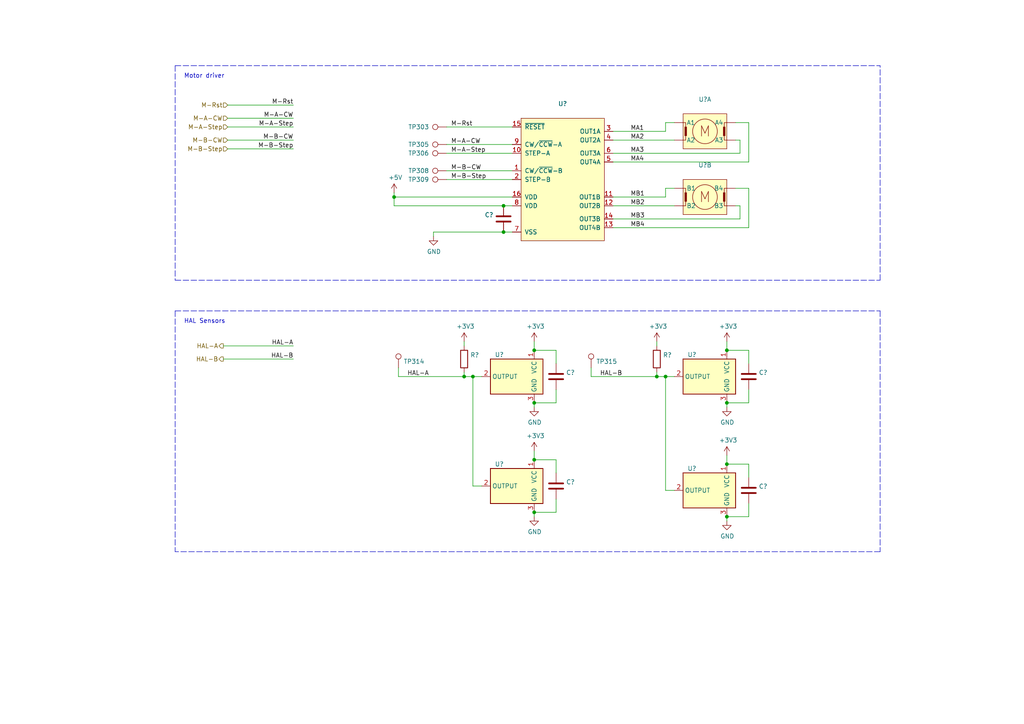
<source format=kicad_sch>
(kicad_sch (version 20211123) (generator eeschema)
  (paper "A4")
  (title_block (title "24 Clocks") (date "GITDATE") (rev "GITHASH") (company "Martin van Leussen"))
  (lib_symbols
    (symbol "24-clocks-rescue:VID28-05-24-clocks" (pin_numbers hide) (pin_names (offset 1.016))
      (property "Reference" "U" (at 0 6.35 0))
      (property "Value" "VID28-05-24-clocks" (at 0 -6.35 0))
      (symbol "VID28-05-24-clocks_0_0"
        (rectangle (start -6.35 5.08) (end 6.35 -5.08) (fill (type background)))
        (rectangle (start -5.842 1.27) (end -5.334 -1.27) (fill (type outline)))
        (polyline (pts (xy -6.35 2.54) (xy -5.588 2.54) (xy -5.588 1.27)))
        (polyline (pts (xy -5.588 -1.27) (xy -5.588 -2.54) (xy -6.35 -2.54)))
        (circle (center 0 0) (radius 3.5814))
        (text "M" (at 0 0 0) (effects (font (size 2.9972 2.9972))))
      )
      (symbol "VID28-05-24-clocks_1_1"
        (polyline (pts (xy 5.588 -1.27) (xy 5.588 -2.54) (xy 6.35 -2.54)))
        (polyline (pts (xy 6.35 2.54) (xy 5.588 2.54) (xy 5.588 1.27)))
        (rectangle (start 5.842 1.27) (end 5.334 -1.27) (fill (type outline)))
        (pin input line (at -8.89 2.54 0) (length 2.54) (name "A1") (number "1"))
        (pin input line (at -8.89 -2.54 0) (length 2.54) (name "A2") (number "2"))
        (pin input line (at 8.89 -2.54 180) (length 2.54) (name "A3") (number "3"))
        (pin input line (at 8.89 2.54 180) (length 2.54) (name "A4") (number "4"))
      )
      (symbol "VID28-05-24-clocks_2_1"
        (polyline (pts (xy 5.588 -1.27) (xy 5.588 -2.54) (xy 6.35 -2.54)))
        (polyline (pts (xy 6.35 2.54) (xy 5.588 2.54) (xy 5.588 1.27)))
        (rectangle (start 5.842 1.27) (end 5.334 -1.27) (fill (type outline)))
        (pin input line (at -8.89 2.54 0) (length 2.54) (name "B1") (number "5"))
        (pin input line (at -8.89 -2.54 0) (length 2.54) (name "B2") (number "6"))
        (pin input line (at 8.89 -2.54 180) (length 2.54) (name "B3") (number "7"))
        (pin input line (at 8.89 2.54 180) (length 2.54) (name "B4") (number "8"))
      )
    )
    (symbol "24-clocks-rescue:VID66-08-24-clocks" (pin_names (offset 1.016))
      (property "Reference" "U" (at -11.43 19.05 0))
      (property "Value" "VID66-08-24-clocks" (at -7.62 -19.05 0))
      (symbol "VID66-08-24-clocks_0_0"
        (pin input line (at -15.24 2.54 0) (length 2.54) (name "CW/~{CCW}-B") (number "1"))
        (pin input line (at -15.24 7.62 0) (length 2.54) (name "STEP-A") (number "10"))
        (pin output line (at 13.97 -5.08 180) (length 2.54) (name "OUT1B") (number "11"))
        (pin output line (at 13.97 -7.62 180) (length 2.54) (name "OUT2B") (number "12"))
        (pin output line (at 13.97 -13.97 180) (length 2.54) (name "OUT4B") (number "13"))
        (pin output line (at 13.97 -11.43 180) (length 2.54) (name "OUT3B") (number "14"))
        (pin input line (at -15.24 15.24 0) (length 2.54) (name "~{RESET}") (number "15"))
        (pin power_in line (at -15.24 -5.08 0) (length 2.54) (name "VDD") (number "16"))
        (pin input line (at -15.24 0 0) (length 2.54) (name "STEP-B") (number "2"))
        (pin output line (at 13.97 13.97 180) (length 2.54) (name "OUT1A") (number "3"))
        (pin output line (at 13.97 11.43 180) (length 2.54) (name "OUT2A") (number "4"))
        (pin output line (at 13.97 5.08 180) (length 2.54) (name "OUT4A") (number "5"))
        (pin output line (at 13.97 7.62 180) (length 2.54) (name "OUT3A") (number "6"))
        (pin power_out line (at -15.24 -15.24 0) (length 2.54) (name "VSS") (number "7"))
        (pin power_in line (at -15.24 -7.62 0) (length 2.54) (name "VDD") (number "8"))
        (pin input line (at -15.24 10.16 0) (length 2.54) (name "CW/~{CCW}-A") (number "9"))
      )
      (symbol "VID66-08-24-clocks_0_1"
        (rectangle (start -12.7 17.78) (end 11.43 -17.78) (fill (type background)))
      )
    )
    (symbol "Connector:TestPoint" (pin_numbers hide) (pin_names (offset 0.762) hide)
      (property "Reference" "TP" (at 0 6.858 0))
      (property "Value" "TestPoint" (at 0 5.08 0))
      (symbol "TestPoint_0_1"
        (circle (center 0 3.302) (radius 0.762))
      )
      (symbol "TestPoint_1_1"
        (pin passive line (at 0 0 90) (length 2.54) (name "1") (number "1"))
      )
    )
    (symbol "Device:C" (pin_numbers hide) (pin_names (offset 0.254))
      (property "Reference" "C" (at 0.635 2.54 0))
      (property "Value" "C" (at 0.635 -2.54 0))
      (symbol "C_0_1"
        (polyline (pts (xy -2.032 -0.762) (xy 2.032 -0.762)) (stroke (width 0.508)))
        (polyline (pts (xy -2.032 0.762) (xy 2.032 0.762)) (stroke (width 0.508)))
      )
      (symbol "C_1_1"
        (pin passive line (at 0 3.81 270) (length 2.794) (name "~") (number "1"))
        (pin passive line (at 0 -3.81 90) (length 2.794) (name "~") (number "2"))
      )
    )
    (symbol "Device:R" (pin_numbers hide) (pin_names (offset 0))
      (property "Reference" "R" (at 2.032 0 90))
      (property "Value" "R" (at 0 0 90))
      (symbol "R_0_1"
        (rectangle (start -1.016 -2.54) (end 1.016 2.54) (stroke (width 0.254)))
      )
      (symbol "R_1_1"
        (pin passive line (at 0 3.81 270) (length 1.27) (name "~") (number "1"))
        (pin passive line (at 0 -3.81 90) (length 1.27) (name "~") (number "2"))
      )
    )
    (symbol "Sensor_Magnetic:SM351LT"
      (property "Reference" "U" (at 5.08 8.89 0))
      (property "Value" "SM351LT" (at 2.54 6.35 0))
      (symbol "SM351LT_0_1"
        (rectangle (start 7.62 5.08) (end -7.62 -5.08) (stroke (width 0.254)) (fill (type background)))
      )
      (symbol "SM351LT_1_1"
        (pin power_in line (at -5.08 7.62 270) (length 2.54) (name "VCC") (number "1"))
        (pin output line (at 10.16 0 180) (length 2.54) (name "OUTPUT") (number "2"))
        (pin power_in line (at -5.08 -7.62 90) (length 2.54) (name "GND") (number "3"))
      )
    )
    (symbol "power:+3V3" (power) (pin_names (offset 0))
      (property "Value" "+3V3" (at 0 3.556 0))
      (symbol "+3V3_0_1"
        (polyline (pts (xy -0.762 1.27) (xy 0 2.54)))
        (polyline (pts (xy 0 0) (xy 0 2.54)))
        (polyline (pts (xy 0 2.54) (xy 0.762 1.27)))
      )
      (symbol "+3V3_1_1"
        (pin power_in line (at 0 0 90) (length 0) hide (name "+3V3") (number "1"))
      )
    )
    (symbol "power:+5V" (power) (pin_names (offset 0))
      (property "Value" "+5V" (at 0 3.556 0))
      (symbol "+5V_0_1"
        (polyline (pts (xy -0.762 1.27) (xy 0 2.54)))
        (polyline (pts (xy 0 0) (xy 0 2.54)))
        (polyline (pts (xy 0 2.54) (xy 0.762 1.27)))
      )
      (symbol "+5V_1_1"
        (pin power_in line (at 0 0 90) (length 0) hide (name "+5V") (number "1"))
      )
    )
    (symbol "power:GND" (power) (pin_names (offset 0))
      (property "Value" "GND" (at 0 -3.81 0))
      (symbol "GND_0_1"
        (polyline (pts (xy 0 0) (xy 0 -1.27) (xy 1.27 -1.27) (xy 0 -2.54) (xy -1.27 -1.27) (xy 0 -1.27)))
      )
      (symbol "GND_1_1"
        (pin power_in line (at 0 0 270) (length 0) hide (name "GND") (number "1"))
      )
    )
  )
  (junction (at 210.82 134.62))
  (junction (at 154.94 116.84))
  (junction (at 190.5 109.22))
  (junction (at 146.05 59.69))
  (junction (at 193.04 109.22))
  (junction (at 154.94 133.35))
  (junction (at 134.62 109.22))
  (junction (at 114.3 57.15))
  (junction (at 137.16 109.22))
  (junction (at 210.82 101.6))
  (junction (at 154.94 101.6))
  (junction (at 146.05 67.31))
  (junction (at 210.82 116.84))
  (junction (at 210.82 149.86))
  (junction (at 154.94 148.59))
  (polyline (pts (xy 50.8 19.05) (xy 255.27 19.05)))
  (wire (pts (xy 125.73 67.31) (xy 146.05 67.31)))
  (wire (pts (xy 190.5 99.06) (xy 190.5 100.33)))
  (wire (pts (xy 214.63 40.64) (xy 213.36 40.64)))
  (wire (pts (xy 193.04 57.15) (xy 193.04 54.61)))
  (wire (pts (xy 193.04 38.1) (xy 193.04 35.56)))
  (wire (pts (xy 217.17 149.86) (xy 210.82 149.86)))
  (polyline (pts (xy 255.27 81.28) (xy 255.27 19.05)))
  (wire (pts (xy 161.29 144.78) (xy 161.29 148.59)))
  (wire (pts (xy 161.29 133.35) (xy 154.94 133.35)))
  (wire (pts (xy 217.17 35.56) (xy 213.36 35.56)))
  (wire (pts (xy 193.04 142.24) (xy 193.04 109.22)))
  (wire (pts (xy 217.17 113.03) (xy 217.17 116.84)))
  (wire (pts (xy 217.17 101.6) (xy 210.82 101.6)))
  (wire (pts (xy 114.3 55.88) (xy 114.3 57.15)))
  (polyline (pts (xy 50.8 19.05) (xy 50.8 81.28)))
  (wire (pts (xy 139.7 109.22) (xy 137.16 109.22)))
  (wire (pts (xy 210.82 99.06) (xy 210.82 101.6)))
  (wire (pts (xy 154.94 118.11) (xy 154.94 116.84)))
  (wire (pts (xy 139.7 140.97) (xy 137.16 140.97)))
  (wire (pts (xy 177.8 63.5) (xy 214.63 63.5)))
  (wire (pts (xy 154.94 130.81) (xy 154.94 133.35)))
  (wire (pts (xy 64.77 100.33) (xy 85.09 100.33)))
  (wire (pts (xy 114.3 59.69) (xy 114.3 57.15)))
  (wire (pts (xy 154.94 149.86) (xy 154.94 148.59)))
  (wire (pts (xy 161.29 116.84) (xy 154.94 116.84)))
  (wire (pts (xy 217.17 146.05) (xy 217.17 149.86)))
  (wire (pts (xy 195.58 109.22) (xy 193.04 109.22)))
  (wire (pts (xy 129.54 36.83) (xy 148.59 36.83)))
  (wire (pts (xy 137.16 140.97) (xy 137.16 109.22)))
  (wire (pts (xy 115.57 109.22) (xy 134.62 109.22)))
  (wire (pts (xy 161.29 148.59) (xy 154.94 148.59)))
  (wire (pts (xy 129.54 52.07) (xy 148.59 52.07)))
  (wire (pts (xy 115.57 106.68) (xy 115.57 109.22)))
  (wire (pts (xy 217.17 116.84) (xy 210.82 116.84)))
  (wire (pts (xy 177.8 46.99) (xy 217.17 46.99)))
  (wire (pts (xy 137.16 109.22) (xy 134.62 109.22)))
  (wire (pts (xy 114.3 57.15) (xy 148.59 57.15)))
  (wire (pts (xy 66.04 36.83) (xy 85.09 36.83)))
  (wire (pts (xy 161.29 113.03) (xy 161.29 116.84)))
  (wire (pts (xy 66.04 34.29) (xy 85.09 34.29)))
  (wire (pts (xy 217.17 54.61) (xy 213.36 54.61)))
  (wire (pts (xy 217.17 105.41) (xy 217.17 101.6)))
  (polyline (pts (xy 50.8 90.17) (xy 255.27 90.17)))
  (wire (pts (xy 114.3 59.69) (xy 146.05 59.69)))
  (wire (pts (xy 171.45 109.22) (xy 190.5 109.22)))
  (wire (pts (xy 129.54 44.45) (xy 148.59 44.45)))
  (wire (pts (xy 125.73 68.58) (xy 125.73 67.31)))
  (wire (pts (xy 210.82 132.08) (xy 210.82 134.62)))
  (wire (pts (xy 171.45 106.68) (xy 171.45 109.22)))
  (wire (pts (xy 210.82 151.13) (xy 210.82 149.86)))
  (wire (pts (xy 177.8 59.69) (xy 195.58 59.69)))
  (wire (pts (xy 214.63 63.5) (xy 214.63 59.69)))
  (wire (pts (xy 161.29 101.6) (xy 154.94 101.6)))
  (wire (pts (xy 154.94 99.06) (xy 154.94 101.6)))
  (wire (pts (xy 217.17 138.43) (xy 217.17 134.62)))
  (wire (pts (xy 66.04 40.64) (xy 85.09 40.64)))
  (wire (pts (xy 217.17 46.99) (xy 217.17 35.56)))
  (wire (pts (xy 177.8 66.04) (xy 217.17 66.04)))
  (wire (pts (xy 161.29 105.41) (xy 161.29 101.6)))
  (polyline (pts (xy 50.8 90.17) (xy 50.8 160.02)))
  (wire (pts (xy 217.17 134.62) (xy 210.82 134.62)))
  (wire (pts (xy 210.82 118.11) (xy 210.82 116.84)))
  (wire (pts (xy 193.04 35.56) (xy 195.58 35.56)))
  (wire (pts (xy 214.63 59.69) (xy 213.36 59.69)))
  (wire (pts (xy 66.04 30.48) (xy 85.09 30.48)))
  (wire (pts (xy 177.8 44.45) (xy 214.63 44.45)))
  (wire (pts (xy 177.8 38.1) (xy 193.04 38.1)))
  (wire (pts (xy 66.04 43.18) (xy 85.09 43.18)))
  (wire (pts (xy 146.05 67.31) (xy 148.59 67.31)))
  (wire (pts (xy 193.04 109.22) (xy 190.5 109.22)))
  (wire (pts (xy 177.8 57.15) (xy 193.04 57.15)))
  (wire (pts (xy 134.62 99.06) (xy 134.62 100.33)))
  (wire (pts (xy 129.54 49.53) (xy 148.59 49.53)))
  (wire (pts (xy 217.17 66.04) (xy 217.17 54.61)))
  (wire (pts (xy 190.5 109.22) (xy 190.5 107.95)))
  (wire (pts (xy 195.58 142.24) (xy 193.04 142.24)))
  (wire (pts (xy 146.05 59.69) (xy 148.59 59.69)))
  (polyline (pts (xy 50.8 81.28) (xy 255.27 81.28)))
  (wire (pts (xy 193.04 54.61) (xy 195.58 54.61)))
  (wire (pts (xy 64.77 104.14) (xy 85.09 104.14)))
  (wire (pts (xy 214.63 44.45) (xy 214.63 40.64)))
  (wire (pts (xy 134.62 109.22) (xy 134.62 107.95)))
  (wire (pts (xy 129.54 41.91) (xy 148.59 41.91)))
  (polyline (pts (xy 255.27 160.02) (xy 50.8 160.02)))
  (wire (pts (xy 161.29 137.16) (xy 161.29 133.35)))
  (wire (pts (xy 177.8 40.64) (xy 195.58 40.64)))
  (polyline (pts (xy 255.27 90.17) (xy 255.27 160.02)))
  (text "Motor driver" (at 53.34 22.86 0) (effects (font (size 1.27 1.27)) (justify left bottom)))
  (text "HAL Sensors" (at 53.34 93.98 0) (effects (font (size 1.27 1.27)) (justify left bottom)))
  (label "HAL-A" (at 85.09 100.33 180))
  (label "M-B-CW" (at 85.09 40.64 180))
  (label "M-Rst" (at 85.09 30.48 180))
  (label "HAL-A" (at 118.11 109.22 0))
  (label "MA3" (at 182.88 44.45 0))
  (label "HAL-B" (at 85.09 104.14 180))
  (label "MB4" (at 182.88 66.04 0))
  (label "MB3" (at 182.88 63.5 0))
  (label "M-B-CW" (at 130.81 49.53 0))
  (label "MA1" (at 182.88 38.1 0))
  (label "M-B-Step" (at 85.09 43.18 180))
  (label "M-A-CW" (at 130.81 41.91 0))
  (label "MB1" (at 182.88 57.15 0))
  (label "MA4" (at 182.88 46.99 0))
  (label "M-A-Step" (at 85.09 36.83 180))
  (label "M-A-Step" (at 130.81 44.45 0))
  (label "M-Rst" (at 130.81 36.83 0))
  (label "MA2" (at 182.88 40.64 0))
  (label "MB2" (at 182.88 59.69 0))
  (label "HAL-B" (at 173.99 109.22 0))
  (label "M-A-CW" (at 85.09 34.29 180))
  (label "M-B-Step" (at 130.81 52.07 0))
  (hierarchical_label "M-A-Step" (shape input) (at 66.04 36.83 180))
  (hierarchical_label "HAL-B" (shape output) (at 64.77 104.14 180))
  (hierarchical_label "M-B-CW" (shape input) (at 66.04 40.64 180))
  (hierarchical_label "M-B-Step" (shape input) (at 66.04 43.18 180))
  (hierarchical_label "M-A-CW" (shape input) (at 66.04 34.29 180))
  (hierarchical_label "M-Rst" (shape input) (at 66.04 30.48 180))
  (hierarchical_label "HAL-A" (shape output) (at 64.77 100.33 180))
  (symbol (lib_id "24-clocks-rescue:VID66-08-24-clocks") (at 163.83 52.07 0) (unit 1)
    (property "Reference" "U?" (at 163.195 30.099 0))
    (property "Datasheet" "http://www.vidmotion.com.cn/UploadFile/down/2009111391710_VID6608%20manual%20060927.pdf" (effects hide))
    (property "Config" "-MASTER" (effects hide))
  )
  (symbol (lib_id "24-clocks-rescue:VID28-05-24-clocks") (at 204.47 38.1 0) (unit 1)
    (property "Reference" "U?" (at 204.47 28.829 0))
    (property "Datasheet" "http://www.vidmotion.com.cn/UploadFile/pdf/product/20090905105654VID28-05%20V2070829.pdf" (effects hide))
    (property "Config" "-MASTER" (effects hide))
  )
  (symbol (lib_id "24-clocks-rescue:VID28-05-24-clocks") (at 204.47 57.15 0) (unit 2)
    (property "Reference" "U?" (at 204.47 47.879 0))
    (property "Datasheet" "http://www.vidmotion.com.cn/UploadFile/pdf/product/20090905105654VID28-05%20V2070829.pdf" (effects hide))
    (property "Config" "-MASTER" (effects hide))
  )
  (symbol (lib_id "power:+5V") (at 114.3 55.88 0) (unit 1)
    (property "Reference" "#PWR?" (effects hide))
  )
  (symbol (lib_id "power:GND") (at 125.73 68.58 0) (unit 1)
    (property "Reference" "#PWR?" (effects hide))
  )
  (symbol (lib_id "Device:C") (at 146.05 63.5 0) (mirror x) (unit 1)
    (property "Reference" "C?" (at 143.1544 62.3316 0) (effects (justify right)))
    (property "Config" "-MASTER" (effects hide))
  )
  (symbol (lib_id "Sensor_Magnetic:SM351LT") (at 149.86 109.22 0) (mirror y) (unit 1)
    (property "Reference" "U?" (at 143.51 102.87 0) (effects (justify right)))
    (property "Datasheet" "https://www.diodes.com/assets/Datasheets/AH3572.pdf" (effects hide))
    (property "Config" "-MASTER,-SLAVE" (effects hide))
  )
  (symbol (lib_id "power:+3V3") (at 154.94 99.06 0) (unit 1)
    (property "Reference" "#PWR?" (effects hide))
  )
  (symbol (lib_id "power:+3V3") (at 134.62 99.06 0) (unit 1)
    (property "Reference" "#PWR?" (effects hide))
  )
  (symbol (lib_id "power:GND") (at 154.94 118.11 0) (unit 1)
    (property "Reference" "#PWR?" (effects hide))
  )
  (symbol (lib_id "Device:R") (at 134.62 104.14 0) (unit 1)
    (property "Reference" "R?" (at 136.398 102.9716 0) (effects (justify left)))
    (property "Config" "-MASTER" (effects hide))
  )
  (symbol (lib_id "Sensor_Magnetic:SM351LT") (at 205.74 109.22 0) (mirror y) (unit 1)
    (property "Reference" "U?" (at 199.39 102.87 0) (effects (justify right)))
    (property "Datasheet" "https://www.diodes.com/assets/Datasheets/AH3572.pdf" (effects hide))
    (property "Config" "-MASTER,-SLAVE" (effects hide))
  )
  (symbol (lib_id "power:+3V3") (at 210.82 99.06 0) (unit 1)
    (property "Reference" "#PWR?" (effects hide))
  )
  (symbol (lib_id "power:+3V3") (at 190.5 99.06 0) (unit 1)
    (property "Reference" "#PWR?" (effects hide))
  )
  (symbol (lib_id "power:GND") (at 210.82 118.11 0) (unit 1)
    (property "Reference" "#PWR?" (effects hide))
  )
  (symbol (lib_id "Device:R") (at 190.5 104.14 0) (unit 1)
    (property "Reference" "R?" (at 192.278 102.9716 0) (effects (justify left)))
    (property "Config" "-MASTER" (effects hide))
  )
  (symbol (lib_id "Sensor_Magnetic:SM351LT") (at 149.86 140.97 0) (mirror y) (unit 1)
    (property "Reference" "U?" (at 143.51 134.62 0) (effects (justify right)))
    (property "Datasheet" "https://www.diodes.com/assets/Datasheets/AH3572.pdf" (effects hide))
    (property "Config" "-MASTER" (effects hide))
  )
  (symbol (lib_id "power:+3V3") (at 154.94 130.81 0) (unit 1)
    (property "Reference" "#PWR?" (effects hide))
  )
  (symbol (lib_id "power:GND") (at 154.94 149.86 0) (unit 1)
    (property "Reference" "#PWR?" (effects hide))
  )
  (symbol (lib_id "Sensor_Magnetic:SM351LT") (at 205.74 142.24 0) (mirror y) (unit 1)
    (property "Reference" "U?" (at 199.39 135.89 0) (effects (justify right)))
    (property "Datasheet" "https://www.diodes.com/assets/Datasheets/AH3572.pdf" (effects hide))
    (property "Config" "-MASTER" (effects hide))
  )
  (symbol (lib_id "power:+3V3") (at 210.82 132.08 0) (unit 1)
    (property "Reference" "#PWR?" (effects hide))
  )
  (symbol (lib_id "power:GND") (at 210.82 151.13 0) (unit 1)
    (property "Reference" "#PWR?" (effects hide))
  )
  (symbol (lib_id "Connector:TestPoint") (at 115.57 106.68 0) (unit 1)
    (property "Reference" "TP314" (at 117.0432 104.8512 0) (effects (justify left)))
  )
  (symbol (lib_id "Connector:TestPoint") (at 171.45 106.68 0) (unit 1)
    (property "Reference" "TP315" (at 172.9232 104.8512 0) (effects (justify left)))
  )
  (symbol (lib_id "Connector:TestPoint") (at 129.54 52.07 90) (mirror x) (unit 1)
    (property "Reference" "TP309" (at 124.46 52.07 90) (effects (justify left)))
  )
  (symbol (lib_id "Connector:TestPoint") (at 129.54 49.53 90) (mirror x) (unit 1)
    (property "Reference" "TP308" (at 124.46 49.53 90) (effects (justify left)))
  )
  (symbol (lib_id "Connector:TestPoint") (at 129.54 44.45 90) (mirror x) (unit 1)
    (property "Reference" "TP306" (at 124.46 44.45 90) (effects (justify left)))
  )
  (symbol (lib_id "Connector:TestPoint") (at 129.54 41.91 90) (mirror x) (unit 1)
    (property "Reference" "TP305" (at 124.46 41.91 90) (effects (justify left)))
  )
  (symbol (lib_id "Connector:TestPoint") (at 129.54 36.83 90) (mirror x) (unit 1)
    (property "Reference" "TP303" (at 124.46 36.83 90) (effects (justify left)))
  )
  (symbol (lib_id "Device:C") (at 217.17 109.22 180) (unit 1)
    (property "Reference" "C?" (at 220.0656 108.0516 0) (effects (justify right)))
    (property "Config" "-MASTER,-SLAVE" (effects hide))
  )
  (symbol (lib_id "Device:C") (at 217.17 142.24 180) (unit 1)
    (property "Reference" "C?" (at 220.0656 141.0716 0) (effects (justify right)))
    (property "Config" "-MASTER" (effects hide))
  )
  (symbol (lib_id "Device:C") (at 161.29 109.22 180) (unit 1)
    (property "Reference" "C?" (at 164.1856 108.0516 0) (effects (justify right)))
    (property "Config" "-MASTER,-SLAVE" (effects hide))
  )
  (symbol (lib_id "Device:C") (at 161.29 140.97 180) (unit 1)
    (property "Reference" "C?" (at 164.1856 139.8016 0) (effects (justify right)))
    (property "Config" "-MASTER" (effects hide))
  )
)
</source>
